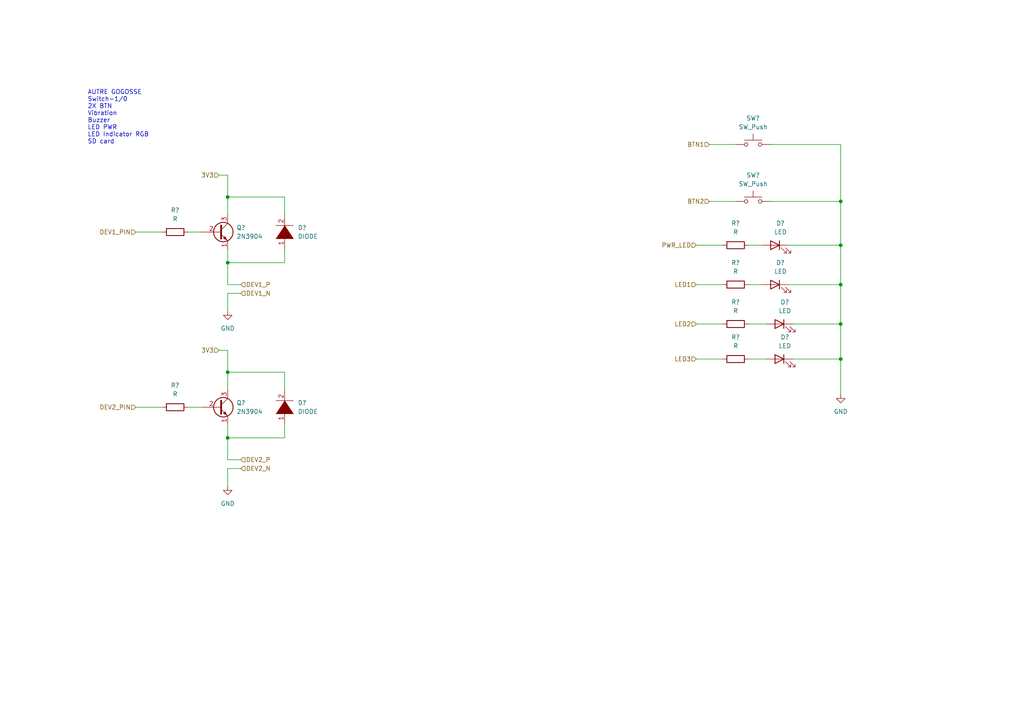
<source format=kicad_sch>
(kicad_sch (version 20230121) (generator eeschema)
  (paper "A4")
  (lib_symbols
    (symbol "Device:LED" (pin_numbers hide) (pin_names (offset 1.016) hide)
      (property "Reference" "D" (at 0 2.54 0))
      (property "Value" "LED" (at 0 -2.54 0))
      (symbol "LED_0_1"
        (polyline (pts (xy -1.27 -1.27) (xy -1.27 1.27)) (stroke (width 0.254)))
        (polyline (pts (xy -1.27 0) (xy 1.27 0)))
        (polyline (pts (xy 1.27 -1.27) (xy 1.27 1.27) (xy -1.27 0) (xy 1.27 -1.27)) (stroke (width 0.254)))
        (polyline (pts (xy -3.048 -0.762) (xy -4.572 -2.286) (xy -3.81 -2.286) (xy -4.572 -2.286) (xy -4.572 -1.524)))
        (polyline (pts (xy -1.778 -0.762) (xy -3.302 -2.286) (xy -2.54 -2.286) (xy -3.302 -2.286) (xy -3.302 -1.524)))
      )
      (symbol "LED_1_1"
        (pin passive line (at -3.81 0 0) (length 2.54) (name "K") (number "1"))
        (pin passive line (at 3.81 0 180) (length 2.54) (name "A") (number "2"))
      )
    )
    (symbol "Device:R" (pin_numbers hide) (pin_names (offset 0))
      (property "Reference" "R" (at 2.032 0 90))
      (property "Value" "R" (at 0 0 90))
      (symbol "R_0_1"
        (rectangle (start -1.016 -2.54) (end 1.016 2.54) (stroke (width 0.254)))
      )
      (symbol "R_1_1"
        (pin passive line (at 0 3.81 270) (length 1.27) (name "~") (number "1"))
        (pin passive line (at 0 -3.81 90) (length 1.27) (name "~") (number "2"))
      )
    )
    (symbol "Switch:SW_Push" (pin_numbers hide) (pin_names (offset 1.016) hide)
      (property "Reference" "SW" (at 1.27 2.54 0))
      (property "Value" "SW_Push" (at 0 -1.524 0))
      (symbol "SW_Push_0_1"
        (circle (center -2.032 0) (radius 0.508))
        (polyline (pts (xy 0 1.27) (xy 0 3.048)))
        (polyline (pts (xy 2.54 1.27) (xy -2.54 1.27)))
        (circle (center 2.032 0) (radius 0.508))
        (pin passive line (at -5.08 0 0) (length 2.54) (name "1") (number "1"))
        (pin passive line (at 5.08 0 180) (length 2.54) (name "2") (number "2"))
      )
    )
    (symbol "Transistor_BJT:2N3904" (pin_names (offset 0) hide)
      (property "Reference" "Q" (at 5.08 1.905 0))
      (property "Value" "2N3904" (at 5.08 0 0))
      (symbol "2N3904_0_1"
        (polyline (pts (xy 0.635 0.635) (xy 2.54 2.54)))
        (polyline (pts (xy 0.635 -0.635) (xy 2.54 -2.54) (xy 2.54 -2.54)))
        (polyline (pts (xy 0.635 1.905) (xy 0.635 -1.905) (xy 0.635 -1.905)) (stroke (width 0.508)))
        (polyline (pts (xy 1.27 -1.778) (xy 1.778 -1.27) (xy 2.286 -2.286) (xy 1.27 -1.778) (xy 1.27 -1.778)) (fill (type outline)))
        (circle (center 1.27 0) (radius 2.8194) (stroke (width 0.254)))
      )
      (symbol "2N3904_1_1"
        (pin passive line (at 2.54 -5.08 90) (length 2.54) (name "E") (number "1"))
        (pin passive line (at -5.08 0 0) (length 5.715) (name "B") (number "2"))
        (pin passive line (at 2.54 5.08 270) (length 2.54) (name "C") (number "3"))
      )
    )
    (symbol "power:GND" (power) (pin_names (offset 0))
      (property "Value" "GND" (at 0 -3.81 0))
      (symbol "GND_0_1"
        (polyline (pts (xy 0 0) (xy 0 -1.27) (xy 1.27 -1.27) (xy 0 -2.54) (xy -1.27 -1.27) (xy 0 -1.27)))
      )
      (symbol "GND_1_1"
        (pin power_in line (at 0 0 270) (length 0) hide (name "GND") (number "1"))
      )
    )
    (symbol "pspice:DIODE" (pin_names (offset 1.016) hide)
      (property "Reference" "D" (at 0 3.81 0))
      (property "Value" "DIODE" (at 0 -4.445 0))
      (symbol "DIODE_0_1"
        (polyline (pts (xy 1.905 2.54) (xy 1.905 -2.54)))
        (polyline (pts (xy -1.905 2.54) (xy -1.905 -2.54) (xy 1.905 0)) (fill (type outline)))
      )
      (symbol "DIODE_1_1"
        (pin input line (at -5.08 0 0) (length 3.81) (name "K") (number "1"))
        (pin input line (at 5.08 0 180) (length 3.81) (name "A") (number "2"))
      )
    )
  )
  (junction (at 243.84 93.98))
  (junction (at 66.04 127))
  (junction (at 243.84 82.55))
  (junction (at 66.04 57.15))
  (junction (at 66.04 107.95))
  (junction (at 243.84 71.12))
  (junction (at 243.84 58.42))
  (junction (at 66.04 76.2))
  (junction (at 243.84 104.14))
  (wire (pts (xy 201.93 104.14) (xy 209.55 104.14)))
  (wire (pts (xy 82.55 72.39) (xy 82.55 76.2)))
  (wire (pts (xy 243.84 93.98) (xy 229.87 93.98)))
  (wire (pts (xy 66.04 72.39) (xy 66.04 76.2)))
  (wire (pts (xy 222.25 93.98) (xy 217.17 93.98)))
  (wire (pts (xy 243.84 104.14) (xy 243.84 114.3)))
  (wire (pts (xy 66.04 57.15) (xy 66.04 62.23)))
  (wire (pts (xy 69.85 85.09) (xy 66.04 85.09)))
  (wire (pts (xy 201.93 71.12) (xy 209.55 71.12)))
  (wire (pts (xy 243.84 71.12) (xy 243.84 82.55)))
  (wire (pts (xy 222.25 104.14) (xy 217.17 104.14)))
  (wire (pts (xy 205.74 41.91) (xy 213.36 41.91)))
  (wire (pts (xy 243.84 58.42) (xy 243.84 71.12)))
  (wire (pts (xy 39.37 67.31) (xy 46.99 67.31)))
  (wire (pts (xy 220.98 82.55) (xy 217.17 82.55)))
  (wire (pts (xy 66.04 101.6) (xy 66.04 107.95)))
  (wire (pts (xy 66.04 82.55) (xy 69.85 82.55)))
  (wire (pts (xy 243.84 82.55) (xy 228.6 82.55)))
  (wire (pts (xy 66.04 133.35) (xy 69.85 133.35)))
  (wire (pts (xy 243.84 93.98) (xy 243.84 104.14)))
  (wire (pts (xy 69.85 135.89) (xy 66.04 135.89)))
  (wire (pts (xy 82.55 62.23) (xy 82.55 57.15)))
  (wire (pts (xy 63.5 50.8) (xy 66.04 50.8)))
  (wire (pts (xy 229.87 104.14) (xy 243.84 104.14)))
  (wire (pts (xy 63.5 101.6) (xy 66.04 101.6)))
  (wire (pts (xy 243.84 82.55) (xy 243.84 93.98)))
  (wire (pts (xy 66.04 76.2) (xy 66.04 82.55)))
  (wire (pts (xy 66.04 107.95) (xy 66.04 113.03)))
  (wire (pts (xy 223.52 41.91) (xy 243.84 41.91)))
  (wire (pts (xy 201.93 82.55) (xy 209.55 82.55)))
  (wire (pts (xy 228.6 71.12) (xy 243.84 71.12)))
  (wire (pts (xy 39.37 118.11) (xy 46.99 118.11)))
  (wire (pts (xy 66.04 135.89) (xy 66.04 140.97)))
  (wire (pts (xy 66.04 85.09) (xy 66.04 90.17)))
  (wire (pts (xy 82.55 113.03) (xy 82.55 107.95)))
  (wire (pts (xy 201.93 93.98) (xy 209.55 93.98)))
  (wire (pts (xy 66.04 127) (xy 66.04 133.35)))
  (wire (pts (xy 66.04 76.2) (xy 82.55 76.2)))
  (wire (pts (xy 66.04 50.8) (xy 66.04 57.15)))
  (wire (pts (xy 54.61 118.11) (xy 58.42 118.11)))
  (wire (pts (xy 82.55 107.95) (xy 66.04 107.95)))
  (wire (pts (xy 66.04 123.19) (xy 66.04 127)))
  (wire (pts (xy 223.52 58.42) (xy 243.84 58.42)))
  (wire (pts (xy 82.55 57.15) (xy 66.04 57.15)))
  (wire (pts (xy 66.04 127) (xy 82.55 127)))
  (wire (pts (xy 220.98 71.12) (xy 217.17 71.12)))
  (wire (pts (xy 54.61 67.31) (xy 58.42 67.31)))
  (wire (pts (xy 82.55 123.19) (xy 82.55 127)))
  (wire (pts (xy 205.74 58.42) (xy 213.36 58.42)))
  (wire (pts (xy 243.84 41.91) (xy 243.84 58.42)))
  (text "AUTRE GOGOSSE\nSwitch-1/0\n2X BTN\nVibration\nBuzzer\nLED PWR\nLED Indicator RGB\nSD card\n" (at 25.4 41.91 0) (effects (font (size 1.27 1.27)) (justify left bottom)))
  (hierarchical_label "PWR_LED" (shape input) (at 201.93 71.12 180))
  (hierarchical_label "LED2" (shape input) (at 201.93 93.98 180))
  (hierarchical_label "3V3" (shape input) (at 63.5 101.6 180))
  (hierarchical_label "3V3" (shape input) (at 63.5 50.8 180))
  (hierarchical_label "BTN2" (shape input) (at 205.74 58.42 180))
  (hierarchical_label "DEV1_P" (shape input) (at 69.85 82.55 0))
  (hierarchical_label "LED1" (shape input) (at 201.93 82.55 180))
  (hierarchical_label "DEV1_N" (shape input) (at 69.85 85.09 0))
  (hierarchical_label "LED3" (shape input) (at 201.93 104.14 180))
  (hierarchical_label "DEV1_PIN" (shape input) (at 39.37 67.31 180))
  (hierarchical_label "DEV2_P" (shape input) (at 69.85 133.35 0))
  (hierarchical_label "BTN1" (shape input) (at 205.74 41.91 180))
  (hierarchical_label "DEV2_PIN" (shape input) (at 39.37 118.11 180))
  (hierarchical_label "DEV2_N" (shape input) (at 69.85 135.89 0))
  (symbol (lib_id "Device:LED") (at 224.79 71.12 0) (mirror y) (unit 1)
    (property "Reference" "D?" (at 226.3775 64.77 0))
    (property "Value" "LED" (at 226.3775 67.31 0))
  )
  (symbol (lib_id "Device:LED") (at 226.06 104.14 0) (mirror y) (unit 1)
    (property "Reference" "D?" (at 227.6475 97.79 0))
    (property "Value" "LED" (at 227.6475 100.33 0))
  )
  (symbol (lib_id "Switch:SW_Push") (at 218.44 58.42 0) (unit 1)
    (property "Reference" "SW?" (at 218.44 50.8 0))
    (property "Value" "SW_Push" (at 218.44 53.34 0))
  )
  (symbol (lib_id "Device:R") (at 213.36 104.14 270) (mirror x) (unit 1)
    (property "Reference" "R?" (at 213.36 97.79 90))
    (property "Value" "R" (at 213.36 100.33 90))
  )
  (symbol (lib_id "Transistor_BJT:2N3904") (at 63.5 118.11 0) (unit 1)
    (property "Reference" "Q?" (at 68.58 116.8399 0) (effects (justify left)))
    (property "Value" "2N3904" (at 68.58 119.3799 0) (effects (justify left)))
    (property "Footprint" "Package_TO_SOT_THT:TO-92_Inline" (effects hide))
    (property "Datasheet" "https://www.onsemi.com/pub/Collateral/2N3903-D.PDF" (effects hide))
  )
  (symbol (lib_id "Device:R") (at 213.36 82.55 270) (mirror x) (unit 1)
    (property "Reference" "R?" (at 213.36 76.2 90))
    (property "Value" "R" (at 213.36 78.74 90))
  )
  (symbol (lib_id "Device:R") (at 50.8 118.11 90) (unit 1)
    (property "Reference" "R?" (at 50.8 111.76 90))
    (property "Value" "R" (at 50.8 114.3 90))
  )
  (symbol (lib_id "power:GND") (at 66.04 140.97 0) (unit 1)
    (property "Reference" "#PWR?" (effects hide))
    (property "Value" "GND" (at 66.04 146.05 0))
  )
  (symbol (lib_id "Switch:SW_Push") (at 218.44 41.91 0) (unit 1)
    (property "Reference" "SW?" (at 218.44 34.29 0))
    (property "Value" "SW_Push" (at 218.44 36.83 0))
  )
  (symbol (lib_id "Device:R") (at 213.36 71.12 270) (mirror x) (unit 1)
    (property "Reference" "R?" (at 213.36 64.77 90))
    (property "Value" "R" (at 213.36 67.31 90))
  )
  (symbol (lib_id "Device:LED") (at 224.79 82.55 0) (mirror y) (unit 1)
    (property "Reference" "D?" (at 226.3775 76.2 0))
    (property "Value" "LED" (at 226.3775 78.74 0))
  )
  (symbol (lib_id "Device:LED") (at 226.06 93.98 0) (mirror y) (unit 1)
    (property "Reference" "D?" (at 227.6475 87.63 0))
    (property "Value" "LED" (at 227.6475 90.17 0))
  )
  (symbol (lib_id "pspice:DIODE") (at 82.55 67.31 90) (unit 1)
    (property "Reference" "D?" (at 86.36 66.0399 90) (effects (justify right)))
    (property "Value" "DIODE" (at 86.36 68.5799 90) (effects (justify right)))
  )
  (symbol (lib_id "power:GND") (at 243.84 114.3 0) (mirror y) (unit 1)
    (property "Reference" "#PWR?" (effects hide))
    (property "Value" "GND" (at 243.84 119.38 0))
  )
  (symbol (lib_id "Transistor_BJT:2N3904") (at 63.5 67.31 0) (unit 1)
    (property "Reference" "Q?" (at 68.58 66.0399 0) (effects (justify left)))
    (property "Value" "2N3904" (at 68.58 68.5799 0) (effects (justify left)))
    (property "Footprint" "Package_TO_SOT_THT:TO-92_Inline" (effects hide))
    (property "Datasheet" "https://www.onsemi.com/pub/Collateral/2N3903-D.PDF" (effects hide))
  )
  (symbol (lib_id "pspice:DIODE") (at 82.55 118.11 90) (unit 1)
    (property "Reference" "D?" (at 86.36 116.8399 90) (effects (justify right)))
    (property "Value" "DIODE" (at 86.36 119.3799 90) (effects (justify right)))
  )
  (symbol (lib_id "power:GND") (at 66.04 90.17 0) (unit 1)
    (property "Reference" "#PWR?" (effects hide))
    (property "Value" "GND" (at 66.04 95.25 0))
  )
  (symbol (lib_id "Device:R") (at 213.36 93.98 270) (mirror x) (unit 1)
    (property "Reference" "R?" (at 213.36 87.63 90))
    (property "Value" "R" (at 213.36 90.17 90))
  )
  (symbol (lib_id "Device:R") (at 50.8 67.31 90) (unit 1)
    (property "Reference" "R?" (at 50.8 60.96 90))
    (property "Value" "R" (at 50.8 63.5 90))
  )
)
</source>
